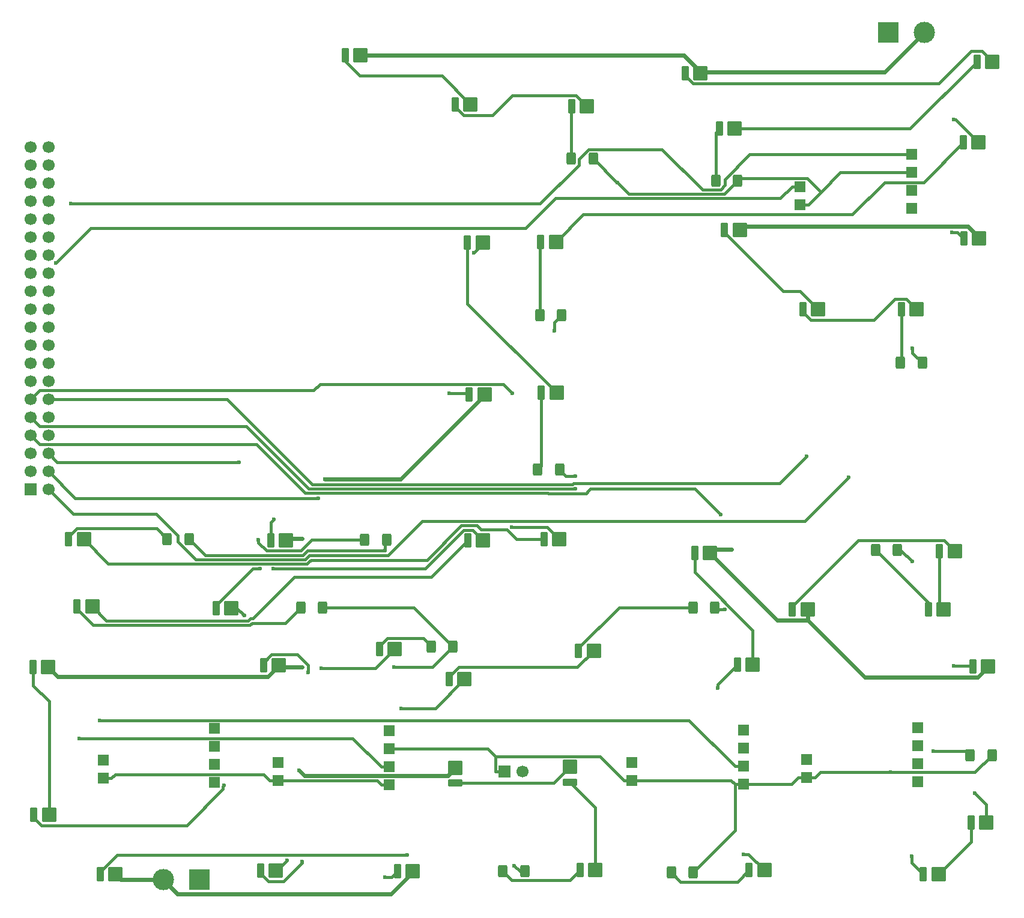
<source format=gbr>
%TF.GenerationSoftware,KiCad,Pcbnew,9.0.2*%
%TF.CreationDate,2025-07-16T23:03:38+02:00*%
%TF.ProjectId,cargo-vent_cargo-smoke,63617267-6f2d-4766-956e-745f63617267,rev?*%
%TF.SameCoordinates,Original*%
%TF.FileFunction,Copper,L1,Top*%
%TF.FilePolarity,Positive*%
%FSLAX46Y46*%
G04 Gerber Fmt 4.6, Leading zero omitted, Abs format (unit mm)*
G04 Created by KiCad (PCBNEW 9.0.2) date 2025-07-16 23:03:38*
%MOMM*%
%LPD*%
G01*
G04 APERTURE LIST*
G04 Aperture macros list*
%AMRoundRect*
0 Rectangle with rounded corners*
0 $1 Rounding radius*
0 $2 $3 $4 $5 $6 $7 $8 $9 X,Y pos of 4 corners*
0 Add a 4 corners polygon primitive as box body*
4,1,4,$2,$3,$4,$5,$6,$7,$8,$9,$2,$3,0*
0 Add four circle primitives for the rounded corners*
1,1,$1+$1,$2,$3*
1,1,$1+$1,$4,$5*
1,1,$1+$1,$6,$7*
1,1,$1+$1,$8,$9*
0 Add four rect primitives between the rounded corners*
20,1,$1+$1,$2,$3,$4,$5,0*
20,1,$1+$1,$4,$5,$6,$7,0*
20,1,$1+$1,$6,$7,$8,$9,0*
20,1,$1+$1,$8,$9,$2,$3,0*%
G04 Aperture macros list end*
%TA.AperFunction,ComponentPad*%
%ADD10R,1.500000X1.500000*%
%TD*%
%TA.AperFunction,ComponentPad*%
%ADD11R,3.000000X3.000000*%
%TD*%
%TA.AperFunction,ComponentPad*%
%ADD12C,3.000000*%
%TD*%
%TA.AperFunction,ComponentPad*%
%ADD13C,1.700000*%
%TD*%
%TA.AperFunction,ComponentPad*%
%ADD14R,1.700000X1.700000*%
%TD*%
%TA.AperFunction,SMDPad,CuDef*%
%ADD15RoundRect,0.165000X-0.385000X-0.885000X0.385000X-0.885000X0.385000X0.885000X-0.385000X0.885000X0*%
%TD*%
%TA.AperFunction,SMDPad,CuDef*%
%ADD16RoundRect,0.315000X-0.735000X-0.735000X0.735000X-0.735000X0.735000X0.735000X-0.735000X0.735000X0*%
%TD*%
%TA.AperFunction,SMDPad,CuDef*%
%ADD17RoundRect,0.250000X-0.400000X-0.625000X0.400000X-0.625000X0.400000X0.625000X-0.400000X0.625000X0*%
%TD*%
%TA.AperFunction,SMDPad,CuDef*%
%ADD18RoundRect,0.165000X0.885000X-0.385000X0.885000X0.385000X-0.885000X0.385000X-0.885000X-0.385000X0*%
%TD*%
%TA.AperFunction,SMDPad,CuDef*%
%ADD19RoundRect,0.315000X0.735000X-0.735000X0.735000X0.735000X-0.735000X0.735000X-0.735000X-0.735000X0*%
%TD*%
%TA.AperFunction,ViaPad*%
%ADD20C,0.600000*%
%TD*%
%TA.AperFunction,Conductor*%
%ADD21C,0.400000*%
%TD*%
%TA.AperFunction,Conductor*%
%ADD22C,0.600000*%
%TD*%
G04 APERTURE END LIST*
D10*
%TO.P,KR5,1,+5V_TOP_LED*%
%TO.N,unconnected-(KR5-+5V_TOP_LED-Pad1)*%
X268175000Y-205050000D03*
%TO.P,KR5,2,GND_TOP_LED*%
%TO.N,unconnected-(KR5-GND_TOP_LED-Pad2)*%
X268175000Y-207590000D03*
%TO.P,KR5,3,+5V_BOTTOM_LED*%
%TO.N,unconnected-(KR5-+5V_BOTTOM_LED-Pad3)*%
X268175000Y-210130000D03*
%TO.P,KR5,4,GND_BOTTOM_LED*%
%TO.N,unconnected-(KR5-GND_BOTTOM_LED-Pad4)*%
X268175000Y-212670000D03*
%TO.P,KR5,5,SW_IN*%
%TO.N,Net-(J2-Pin_12)*%
X252475000Y-209550000D03*
%TO.P,KR5,6,SW_OUT*%
%TO.N,GND*%
X252475000Y-212090000D03*
%TD*%
%TO.P,KR4,1,+5V_TOP_LED*%
%TO.N,unconnected-(KR4-+5V_TOP_LED-Pad1)*%
X169025000Y-205125000D03*
%TO.P,KR4,2,GND_TOP_LED*%
%TO.N,unconnected-(KR4-GND_TOP_LED-Pad2)*%
X169025000Y-207665000D03*
%TO.P,KR4,3,+5V_BOTTOM_LED*%
%TO.N,unconnected-(KR4-+5V_BOTTOM_LED-Pad3)*%
X169025000Y-210205000D03*
%TO.P,KR4,4,GND_BOTTOM_LED*%
%TO.N,unconnected-(KR4-GND_BOTTOM_LED-Pad4)*%
X169025000Y-212745000D03*
%TO.P,KR4,5,SW_IN*%
%TO.N,Net-(J2-Pin_10)*%
X153325000Y-209625000D03*
%TO.P,KR4,6,SW_OUT*%
%TO.N,GND*%
X153325000Y-212165000D03*
%TD*%
D11*
%TO.P,J3,1,Pin_1*%
%TO.N,GND*%
X166865000Y-226475000D03*
D12*
%TO.P,J3,2,Pin_2*%
%TO.N,+12V*%
X161785000Y-226475000D03*
%TD*%
D13*
%TO.P,J2,40,Pin_40*%
%TO.N,unconnected-(J2-Pin_40-Pad40)*%
X145600000Y-123165000D03*
%TO.P,J2,39,Pin_39*%
%TO.N,unconnected-(J2-Pin_39-Pad39)*%
X143060000Y-123165000D03*
%TO.P,J2,38,Pin_38*%
%TO.N,unconnected-(J2-Pin_38-Pad38)*%
X145600000Y-125705000D03*
%TO.P,J2,37,Pin_37*%
%TO.N,unconnected-(J2-Pin_37-Pad37)*%
X143060000Y-125705000D03*
%TO.P,J2,36,Pin_36*%
%TO.N,unconnected-(J2-Pin_36-Pad36)*%
X145600000Y-128245000D03*
%TO.P,J2,35,Pin_35*%
%TO.N,unconnected-(J2-Pin_35-Pad35)*%
X143060000Y-128245000D03*
%TO.P,J2,34,Pin_34*%
%TO.N,unconnected-(J2-Pin_34-Pad34)*%
X145600000Y-130785000D03*
%TO.P,J2,33,Pin_33*%
%TO.N,unconnected-(J2-Pin_33-Pad33)*%
X143060000Y-130785000D03*
%TO.P,J2,32,Pin_32*%
%TO.N,unconnected-(J2-Pin_32-Pad32)*%
X145600000Y-133325000D03*
%TO.P,J2,31,Pin_31*%
%TO.N,unconnected-(J2-Pin_31-Pad31)*%
X143060000Y-133325000D03*
%TO.P,J2,30,Pin_30*%
%TO.N,unconnected-(J2-Pin_30-Pad30)*%
X145600000Y-135865000D03*
%TO.P,J2,29,Pin_29*%
%TO.N,unconnected-(J2-Pin_29-Pad29)*%
X143060000Y-135865000D03*
%TO.P,J2,28,Pin_28*%
%TO.N,unconnected-(J2-Pin_28-Pad28)*%
X145600000Y-138405000D03*
%TO.P,J2,27,Pin_27*%
%TO.N,unconnected-(J2-Pin_27-Pad27)*%
X143060000Y-138405000D03*
%TO.P,J2,26,Pin_26*%
%TO.N,unconnected-(J2-Pin_26-Pad26)*%
X145600000Y-140945000D03*
%TO.P,J2,25,Pin_25*%
%TO.N,unconnected-(J2-Pin_25-Pad25)*%
X143060000Y-140945000D03*
%TO.P,J2,24,Pin_24*%
%TO.N,unconnected-(J2-Pin_24-Pad24)*%
X145600000Y-143485000D03*
%TO.P,J2,23,Pin_23*%
%TO.N,unconnected-(J2-Pin_23-Pad23)*%
X143060000Y-143485000D03*
%TO.P,J2,22,Pin_22*%
%TO.N,unconnected-(J2-Pin_22-Pad22)*%
X145600000Y-146025000D03*
%TO.P,J2,21,Pin_21*%
%TO.N,unconnected-(J2-Pin_21-Pad21)*%
X143060000Y-146025000D03*
%TO.P,J2,20,Pin_20*%
%TO.N,unconnected-(J2-Pin_20-Pad20)*%
X145600000Y-148565000D03*
%TO.P,J2,19,Pin_19*%
%TO.N,unconnected-(J2-Pin_19-Pad19)*%
X143060000Y-148565000D03*
%TO.P,J2,18,Pin_18*%
%TO.N,unconnected-(J2-Pin_18-Pad18)*%
X145600000Y-151105000D03*
%TO.P,J2,17,Pin_17*%
%TO.N,unconnected-(J2-Pin_17-Pad17)*%
X143060000Y-151105000D03*
%TO.P,J2,16,Pin_16*%
%TO.N,unconnected-(J2-Pin_16-Pad16)*%
X145600000Y-153645000D03*
%TO.P,J2,15,Pin_15*%
%TO.N,unconnected-(J2-Pin_15-Pad15)*%
X143060000Y-153645000D03*
%TO.P,J2,14,Pin_14*%
%TO.N,unconnected-(J2-Pin_14-Pad14)*%
X145600000Y-156185000D03*
%TO.P,J2,13,Pin_13*%
%TO.N,unconnected-(J2-Pin_13-Pad13)*%
X143060000Y-156185000D03*
%TO.P,J2,12,Pin_12*%
%TO.N,Net-(J2-Pin_12)*%
X145600000Y-158725000D03*
%TO.P,J2,11,Pin_11*%
%TO.N,Net-(J2-Pin_11)*%
X143060000Y-158725000D03*
%TO.P,J2,10,Pin_10*%
%TO.N,Net-(J2-Pin_10)*%
X145600000Y-161265000D03*
%TO.P,J2,9,Pin_9*%
%TO.N,Net-(J2-Pin_9)*%
X143060000Y-161265000D03*
%TO.P,J2,8,Pin_8*%
%TO.N,Net-(J2-Pin_8)*%
X145600000Y-163805000D03*
%TO.P,J2,7,Pin_7*%
%TO.N,Net-(J2-Pin_7)*%
X143060000Y-163805000D03*
%TO.P,J2,6,Pin_6*%
%TO.N,Net-(J2-Pin_6)*%
X145600000Y-166345000D03*
%TO.P,J2,5,Pin_5*%
%TO.N,Net-(J2-Pin_5)*%
X143060000Y-166345000D03*
%TO.P,J2,4,Pin_4*%
%TO.N,Net-(J2-Pin_4)*%
X145600000Y-168885000D03*
%TO.P,J2,3,Pin_3*%
%TO.N,Net-(J2-Pin_3)*%
X143060000Y-168885000D03*
%TO.P,J2,2,Pin_2*%
%TO.N,Net-(J2-Pin_2)*%
X145600000Y-171425000D03*
D14*
%TO.P,J2,1,Pin_1*%
%TO.N,Net-(J2-Pin_1)*%
X143060000Y-171425000D03*
%TD*%
D15*
%TO.P,D9,1,K*%
%TO.N,Net-(D9-K)*%
X265850000Y-146025000D03*
D16*
%TO.P,D9,2,A*%
%TO.N,Net-(D8-K)*%
X268000000Y-146025000D03*
%TD*%
D15*
%TO.P,D21,1,K*%
%TO.N,Net-(D21-K)*%
X169250000Y-188150000D03*
D16*
%TO.P,D21,2,A*%
%TO.N,Net-(D20-K)*%
X171400000Y-188150000D03*
%TD*%
D10*
%TO.P,KR1,1,+5V_TOP_LED*%
%TO.N,Net-(J2-Pin_1)*%
X267275000Y-124200000D03*
%TO.P,KR1,2,GND_TOP_LED*%
%TO.N,GND*%
X267275000Y-126740000D03*
%TO.P,KR1,3,+5V_BOTTOM_LED*%
%TO.N,Net-(J2-Pin_2)*%
X267275000Y-129280000D03*
%TO.P,KR1,4,GND_BOTTOM_LED*%
%TO.N,GND*%
X267275000Y-131820000D03*
%TO.P,KR1,5,SW_IN*%
%TO.N,Net-(J2-Pin_3)*%
X251575000Y-128700000D03*
%TO.P,KR1,6,SW_OUT*%
%TO.N,GND*%
X251575000Y-131240000D03*
%TD*%
D15*
%TO.P,D33,1,K*%
%TO.N,Net-(D33-K)*%
X244375000Y-225125000D03*
D16*
%TO.P,D33,2,A*%
%TO.N,Net-(D32-K)*%
X246525000Y-225125000D03*
%TD*%
D15*
%TO.P,D42,1,K*%
%TO.N,Net-(D42-K)*%
X215085000Y-157800000D03*
D16*
%TO.P,D42,2,A*%
%TO.N,Net-(D41-K)*%
X217235000Y-157800000D03*
%TD*%
D15*
%TO.P,D14,1,K*%
%TO.N,Net-(D14-K)*%
X215460000Y-178475000D03*
D16*
%TO.P,D14,2,A*%
%TO.N,Net-(D13-K)*%
X217610000Y-178475000D03*
%TD*%
D15*
%TO.P,D16,1,K*%
%TO.N,Net-(D16-K)*%
X176950000Y-178625000D03*
D16*
%TO.P,D16,2,A*%
%TO.N,+12V*%
X179100000Y-178625000D03*
%TD*%
D15*
%TO.P,D6,1,K*%
%TO.N,Net-(D6-K)*%
X240200000Y-120550000D03*
D16*
%TO.P,D6,2,A*%
%TO.N,Net-(D5-K)*%
X242350000Y-120550000D03*
%TD*%
D17*
%TO.P,R12,1*%
%TO.N,Net-(D36-K)*%
X262200000Y-179925000D03*
%TO.P,R12,2*%
%TO.N,GND*%
X265300000Y-179925000D03*
%TD*%
D18*
%TO.P,D29,1,K*%
%TO.N,Net-(D29-K)*%
X219125000Y-212700000D03*
D19*
%TO.P,D29,2,A*%
%TO.N,Net-(D28-K)*%
X219125000Y-210550000D03*
%TD*%
D17*
%TO.P,R8,1*%
%TO.N,Net-(D24-K)*%
X199525000Y-193550000D03*
%TO.P,R8,2*%
%TO.N,GND*%
X202625000Y-193550000D03*
%TD*%
D15*
%TO.P,D10,1,K*%
%TO.N,Net-(D10-K)*%
X274660000Y-136050000D03*
D16*
%TO.P,D10,2,A*%
%TO.N,+12V*%
X276810000Y-136050000D03*
%TD*%
D15*
%TO.P,D27,1,K*%
%TO.N,Net-(D27-K)*%
X220325000Y-194150000D03*
D16*
%TO.P,D27,2,A*%
%TO.N,Net-(D26-K)*%
X222475000Y-194150000D03*
%TD*%
D15*
%TO.P,D15,1,K*%
%TO.N,Net-(D15-K)*%
X148450000Y-178450000D03*
D16*
%TO.P,D15,2,A*%
%TO.N,Net-(D14-K)*%
X150600000Y-178450000D03*
%TD*%
D15*
%TO.P,D41,1,K*%
%TO.N,Net-(D41-K)*%
X204675000Y-136650000D03*
D16*
%TO.P,D41,2,A*%
%TO.N,Net-(D40-K)*%
X206825000Y-136650000D03*
%TD*%
D15*
%TO.P,D39,1,K*%
%TO.N,Net-(D39-K)*%
X268925000Y-225675000D03*
D16*
%TO.P,D39,2,A*%
%TO.N,Net-(D38-K)*%
X271075000Y-225675000D03*
%TD*%
D15*
%TO.P,D34,1,K*%
%TO.N,Net-(D34-K)*%
X250475000Y-188300000D03*
D16*
%TO.P,D34,2,A*%
%TO.N,+12V*%
X252625000Y-188300000D03*
%TD*%
D15*
%TO.P,D5,1,K*%
%TO.N,Net-(D5-K)*%
X276525000Y-111100000D03*
D16*
%TO.P,D5,2,A*%
%TO.N,Net-(D4-K)*%
X278675000Y-111100000D03*
%TD*%
D17*
%TO.P,R4,1*%
%TO.N,Net-(D12-K)*%
X214850000Y-146850000D03*
%TO.P,R4,2*%
%TO.N,GND*%
X217950000Y-146850000D03*
%TD*%
%TO.P,R3,1*%
%TO.N,Net-(D9-K)*%
X265700000Y-153575000D03*
%TO.P,R3,2*%
%TO.N,GND*%
X268800000Y-153575000D03*
%TD*%
%TO.P,R1,1*%
%TO.N,Net-(D3-K)*%
X219300000Y-124775000D03*
%TO.P,R1,2*%
%TO.N,GND*%
X222400000Y-124775000D03*
%TD*%
D15*
%TO.P,D20,1,K*%
%TO.N,Net-(D20-K)*%
X143525000Y-217300000D03*
D16*
%TO.P,D20,2,A*%
%TO.N,Net-(D19-K)*%
X145675000Y-217300000D03*
%TD*%
D15*
%TO.P,D12,1,K*%
%TO.N,Net-(D12-K)*%
X214985000Y-136550000D03*
D16*
%TO.P,D12,2,A*%
%TO.N,Net-(D11-K)*%
X217135000Y-136550000D03*
%TD*%
D15*
%TO.P,D36,1,K*%
%TO.N,Net-(D36-K)*%
X269650000Y-188300000D03*
D16*
%TO.P,D36,2,A*%
%TO.N,Net-(D35-K)*%
X271800000Y-188300000D03*
%TD*%
D15*
%TO.P,D8,1,K*%
%TO.N,Net-(D8-K)*%
X251950000Y-146025000D03*
D16*
%TO.P,D8,2,A*%
%TO.N,Net-(D7-K)*%
X254100000Y-146025000D03*
%TD*%
D17*
%TO.P,R11,1*%
%TO.N,Net-(D33-K)*%
X233400000Y-225425000D03*
%TO.P,R11,2*%
%TO.N,GND*%
X236500000Y-225425000D03*
%TD*%
%TO.P,R9,1*%
%TO.N,Net-(D27-K)*%
X236450000Y-188050000D03*
%TO.P,R9,2*%
%TO.N,GND*%
X239550000Y-188050000D03*
%TD*%
D15*
%TO.P,D35,1,K*%
%TO.N,Net-(D35-K)*%
X271225000Y-180150000D03*
D16*
%TO.P,D35,2,A*%
%TO.N,Net-(D34-K)*%
X273375000Y-180150000D03*
%TD*%
D15*
%TO.P,D37,1,K*%
%TO.N,Net-(D37-K)*%
X275910000Y-196375000D03*
D16*
%TO.P,D37,2,A*%
%TO.N,+12V*%
X278060000Y-196375000D03*
%TD*%
D15*
%TO.P,D17,1,K*%
%TO.N,Net-(D17-K)*%
X204725000Y-178625000D03*
D16*
%TO.P,D17,2,A*%
%TO.N,Net-(D16-K)*%
X206875000Y-178625000D03*
%TD*%
D15*
%TO.P,D25,1,K*%
%TO.N,Net-(D25-K)*%
X194825000Y-225275000D03*
D16*
%TO.P,D25,2,A*%
%TO.N,+12V*%
X196975000Y-225275000D03*
%TD*%
D15*
%TO.P,D13,1,K*%
%TO.N,Net-(D13-K)*%
X204925000Y-158050000D03*
D16*
%TO.P,D13,2,A*%
%TO.N,+12V*%
X207075000Y-158050000D03*
%TD*%
D15*
%TO.P,D23,1,K*%
%TO.N,Net-(D23-K)*%
X175500000Y-225200000D03*
D16*
%TO.P,D23,2,A*%
%TO.N,Net-(D22-K)*%
X177650000Y-225200000D03*
%TD*%
D15*
%TO.P,D38,1,K*%
%TO.N,Net-(D38-K)*%
X275650000Y-218400000D03*
D16*
%TO.P,D38,2,A*%
%TO.N,Net-(D37-K)*%
X277800000Y-218400000D03*
%TD*%
D15*
%TO.P,D24,1,K*%
%TO.N,Net-(D24-K)*%
X192275000Y-193925000D03*
D16*
%TO.P,D24,2,A*%
%TO.N,Net-(D23-K)*%
X194425000Y-193925000D03*
%TD*%
D15*
%TO.P,D22,1,K*%
%TO.N,Net-(D22-K)*%
X175900000Y-196225000D03*
D16*
%TO.P,D22,2,A*%
%TO.N,+12V*%
X178050000Y-196225000D03*
%TD*%
D14*
%TO.P,J4,1,Pin_1*%
%TO.N,GND*%
X209875000Y-211175000D03*
D13*
%TO.P,J4,2,Pin_2*%
%TO.N,Net-(J2-Pin_11)*%
X212415000Y-211175000D03*
%TD*%
D15*
%TO.P,D11,1,K*%
%TO.N,Net-(D11-K)*%
X274575000Y-122500000D03*
D16*
%TO.P,D11,2,A*%
%TO.N,Net-(D10-K)*%
X276725000Y-122500000D03*
%TD*%
D17*
%TO.P,R10,1*%
%TO.N,Net-(D30-K)*%
X209650000Y-225275000D03*
%TO.P,R10,2*%
%TO.N,GND*%
X212750000Y-225275000D03*
%TD*%
%TO.P,R6,1*%
%TO.N,Net-(D18-K)*%
X181150000Y-188050000D03*
%TO.P,R6,2*%
%TO.N,GND*%
X184250000Y-188050000D03*
%TD*%
D15*
%TO.P,D26,1,K*%
%TO.N,Net-(D26-K)*%
X202100000Y-198200000D03*
D16*
%TO.P,D26,2,A*%
%TO.N,Net-(D25-K)*%
X204250000Y-198200000D03*
%TD*%
D17*
%TO.P,R14,1*%
%TO.N,Net-(D42-K)*%
X214550000Y-168600000D03*
%TO.P,R14,2*%
%TO.N,GND*%
X217650000Y-168600000D03*
%TD*%
%TO.P,R13,1*%
%TO.N,Net-(D39-K)*%
X275525000Y-208875000D03*
%TO.P,R13,2*%
%TO.N,GND*%
X278625000Y-208875000D03*
%TD*%
D15*
%TO.P,D19,1,K*%
%TO.N,Net-(D19-K)*%
X143434800Y-196475000D03*
D16*
%TO.P,D19,2,A*%
%TO.N,+12V*%
X145584800Y-196475000D03*
%TD*%
D17*
%TO.P,R5,1*%
%TO.N,Net-(D15-K)*%
X162325000Y-178400000D03*
%TO.P,R5,2*%
%TO.N,GND*%
X165425000Y-178400000D03*
%TD*%
%TO.P,R7,1*%
%TO.N,Net-(D21-K)*%
X190200000Y-178550000D03*
%TO.P,R7,2*%
%TO.N,GND*%
X193300000Y-178550000D03*
%TD*%
D15*
%TO.P,D40,1,K*%
%TO.N,Net-(D40-K)*%
X152875000Y-225700000D03*
D16*
%TO.P,D40,2,A*%
%TO.N,+12V*%
X155025000Y-225700000D03*
%TD*%
D15*
%TO.P,D18,1,K*%
%TO.N,Net-(D18-K)*%
X149625000Y-187925000D03*
D16*
%TO.P,D18,2,A*%
%TO.N,Net-(D17-K)*%
X151775000Y-187925000D03*
%TD*%
D15*
%TO.P,D32,1,K*%
%TO.N,Net-(D32-K)*%
X242725000Y-196150000D03*
D16*
%TO.P,D32,2,A*%
%TO.N,Net-(D31-K)*%
X244875000Y-196150000D03*
%TD*%
D10*
%TO.P,KR3,1,+5V_TOP_LED*%
%TO.N,Net-(J2-Pin_7)*%
X243550000Y-205400000D03*
%TO.P,KR3,2,GND_TOP_LED*%
%TO.N,GND*%
X243550000Y-207940000D03*
%TO.P,KR3,3,+5V_BOTTOM_LED*%
%TO.N,Net-(J2-Pin_8)*%
X243550000Y-210480000D03*
%TO.P,KR3,4,GND_BOTTOM_LED*%
%TO.N,GND*%
X243550000Y-213020000D03*
%TO.P,KR3,5,SW_IN*%
%TO.N,Net-(J2-Pin_9)*%
X227850000Y-209900000D03*
%TO.P,KR3,6,SW_OUT*%
%TO.N,GND*%
X227850000Y-212440000D03*
%TD*%
%TO.P,KR2,1,+5V_TOP_LED*%
%TO.N,Net-(J2-Pin_4)*%
X193650000Y-205450000D03*
%TO.P,KR2,2,GND_TOP_LED*%
%TO.N,GND*%
X193650000Y-207990000D03*
%TO.P,KR2,3,+5V_BOTTOM_LED*%
%TO.N,Net-(J2-Pin_5)*%
X193650000Y-210530000D03*
%TO.P,KR2,4,GND_BOTTOM_LED*%
%TO.N,GND*%
X193650000Y-213070000D03*
%TO.P,KR2,5,SW_IN*%
%TO.N,Net-(J2-Pin_6)*%
X177950000Y-209950000D03*
%TO.P,KR2,6,SW_OUT*%
%TO.N,GND*%
X177950000Y-212490000D03*
%TD*%
D15*
%TO.P,D31,1,K*%
%TO.N,Net-(D31-K)*%
X236700000Y-180375000D03*
D16*
%TO.P,D31,2,A*%
%TO.N,+12V*%
X238850000Y-180375000D03*
%TD*%
D15*
%TO.P,D4,1,K*%
%TO.N,Net-(D4-K)*%
X235375000Y-112700000D03*
D16*
%TO.P,D4,2,A*%
%TO.N,+12V*%
X237525000Y-112700000D03*
%TD*%
D18*
%TO.P,D28,1,K*%
%TO.N,Net-(D28-K)*%
X202975000Y-212850000D03*
D19*
%TO.P,D28,2,A*%
%TO.N,+12V*%
X202975000Y-210700000D03*
%TD*%
D15*
%TO.P,D7,1,K*%
%TO.N,Net-(D7-K)*%
X240900000Y-134800000D03*
D16*
%TO.P,D7,2,A*%
%TO.N,+12V*%
X243050000Y-134800000D03*
%TD*%
D15*
%TO.P,D1,1,K*%
%TO.N,Net-(D1-K)*%
X187450000Y-110225000D03*
D16*
%TO.P,D1,2,A*%
%TO.N,+12V*%
X189600000Y-110225000D03*
%TD*%
D15*
%TO.P,D30,1,K*%
%TO.N,Net-(D30-K)*%
X220550000Y-225125000D03*
D16*
%TO.P,D30,2,A*%
%TO.N,Net-(D29-K)*%
X222700000Y-225125000D03*
%TD*%
D17*
%TO.P,R2,1*%
%TO.N,Net-(D6-K)*%
X239675000Y-127850000D03*
%TO.P,R2,2*%
%TO.N,GND*%
X242775000Y-127850000D03*
%TD*%
D15*
%TO.P,D2,1,K*%
%TO.N,Net-(D2-K)*%
X202950000Y-117150000D03*
D16*
%TO.P,D2,2,A*%
%TO.N,Net-(D1-K)*%
X205100000Y-117150000D03*
%TD*%
D15*
%TO.P,D3,1,K*%
%TO.N,Net-(D3-K)*%
X219350000Y-117350000D03*
D16*
%TO.P,D3,2,A*%
%TO.N,Net-(D2-K)*%
X221500000Y-117350000D03*
%TD*%
D11*
%TO.P,J1,1,Pin_1*%
%TO.N,GND*%
X263970000Y-106975000D03*
D12*
%TO.P,J1,2,Pin_2*%
%TO.N,+12V*%
X269050000Y-106975000D03*
%TD*%
D20*
%TO.N,Net-(J2-Pin_3)*%
X146683200Y-139488300D03*
%TO.N,Net-(J2-Pin_5)*%
X149948100Y-206513300D03*
%TO.N,Net-(J2-Pin_8)*%
X152854500Y-203963100D03*
%TO.N,Net-(J2-Pin_4)*%
X183680500Y-172646300D03*
%TO.N,Net-(J2-Pin_1)*%
X148771600Y-131106800D03*
%TO.N,Net-(J2-Pin_11)*%
X211000900Y-157829600D03*
%TO.N,Net-(J2-Pin_7)*%
X240353600Y-174931000D03*
%TO.N,Net-(J2-Pin_6)*%
X172478000Y-167579500D03*
%TO.N,Net-(J2-Pin_12)*%
X252487100Y-166737200D03*
%TO.N,Net-(J2-Pin_2)*%
X258413700Y-169706400D03*
%TO.N,Net-(J2-Pin_9)*%
X219890800Y-171291400D03*
%TO.N,GND*%
X211255200Y-224454200D03*
X194276400Y-196445000D03*
X216927500Y-149066300D03*
X219890800Y-169511400D03*
X267368100Y-181583200D03*
X264340300Y-211281700D03*
X193004300Y-180046400D03*
X267417600Y-151552800D03*
X240965300Y-188356600D03*
X225817400Y-128137600D03*
%TO.N,Net-(D40-K)*%
X196184400Y-222945600D03*
X205547100Y-138091000D03*
%TO.N,Net-(D39-K)*%
X267303600Y-223145900D03*
X270336800Y-208306000D03*
%TO.N,Net-(D37-K)*%
X276193500Y-214244400D03*
X273230200Y-196285900D03*
%TO.N,Net-(D32-K)*%
X243597200Y-222870900D03*
X239958800Y-199398400D03*
%TO.N,Net-(D25-K)*%
X195343600Y-202323000D03*
X193006900Y-226121200D03*
%TO.N,Net-(D23-K)*%
X181391800Y-223915100D03*
X184106200Y-196654100D03*
%TO.N,Net-(D22-K)*%
X179221700Y-223719200D03*
X182192800Y-197255600D03*
%TO.N,Net-(D21-K)*%
X175177900Y-178514600D03*
X175441300Y-182586400D03*
%TO.N,Net-(D20-K)*%
X170385700Y-213127400D03*
X173205400Y-189220100D03*
%TO.N,Net-(D16-K)*%
X177336500Y-182586400D03*
X177380600Y-175644800D03*
%TO.N,Net-(D13-K)*%
X202111000Y-157829600D03*
X210867100Y-176775200D03*
%TO.N,Net-(D10-K)*%
X273230200Y-119230000D03*
X272929000Y-135148400D03*
%TO.N,+12V*%
X184582100Y-169951400D03*
X181367900Y-196429200D03*
X160624800Y-197825500D03*
X180939500Y-211040300D03*
X270266900Y-134346700D03*
X191462500Y-110225000D03*
X246691900Y-134346700D03*
X241855000Y-179905600D03*
X181367900Y-178335600D03*
%TD*%
D21*
%TO.N,Net-(J2-Pin_3)*%
X151576900Y-134594600D02*
X146683200Y-139488300D01*
X212832800Y-134594600D02*
X151576900Y-134594600D01*
X213081900Y-134345500D02*
X212832800Y-134594600D01*
X213081900Y-134345500D02*
X212832800Y-134594600D01*
X251575000Y-128700000D02*
X250423300Y-128700000D01*
X248776700Y-130346600D02*
X250423300Y-128700000D01*
X217080800Y-130346600D02*
X248776700Y-130346600D01*
X213081900Y-134345500D02*
X217080800Y-130346600D01*
%TO.N,Net-(J2-Pin_5)*%
X188481600Y-206513300D02*
X149948100Y-206513300D01*
X192498300Y-210530000D02*
X188481600Y-206513300D01*
X193650000Y-210530000D02*
X192498300Y-210530000D01*
%TO.N,Net-(J2-Pin_8)*%
X235881400Y-203963100D02*
X152854500Y-203963100D01*
X242398300Y-210480000D02*
X235881400Y-203963100D01*
X243550000Y-210480000D02*
X242398300Y-210480000D01*
%TO.N,Net-(J2-Pin_4)*%
X149361300Y-172646300D02*
X183680500Y-172646300D01*
X145600000Y-168885000D02*
X149361300Y-172646300D01*
%TO.N,Net-(J2-Pin_1)*%
X244472100Y-124200000D02*
X267275000Y-124200000D01*
X240973000Y-127699100D02*
X244472100Y-124200000D01*
X240973000Y-128521300D02*
X240973000Y-127699100D01*
X240351100Y-129143200D02*
X240973000Y-128521300D01*
X237803600Y-129143200D02*
X240351100Y-129143200D01*
X232106100Y-123445700D02*
X237803600Y-129143200D01*
X221710700Y-123445700D02*
X232106100Y-123445700D01*
X220352700Y-124803700D02*
X221710700Y-123445700D01*
X220352700Y-125678400D02*
X220352700Y-124803700D01*
X214924300Y-131106800D02*
X220352700Y-125678400D01*
X148771600Y-131106800D02*
X214924300Y-131106800D01*
%TO.N,Net-(J2-Pin_11)*%
X209736600Y-156565300D02*
X211000900Y-157829600D01*
X183898500Y-156565300D02*
X209736600Y-156565300D01*
X183008800Y-157455000D02*
X183898500Y-156565300D01*
X144330000Y-157455000D02*
X183008800Y-157455000D01*
X143060000Y-158725000D02*
X144330000Y-157455000D01*
%TO.N,Net-(J2-Pin_7)*%
X236765400Y-171342800D02*
X240353600Y-174931000D01*
X222032600Y-171342800D02*
X236765400Y-171342800D01*
X221783500Y-171591900D02*
X222032600Y-171342800D01*
X221783500Y-171591900D02*
X222032600Y-171342800D01*
X221368600Y-172006800D02*
X221783500Y-171591900D01*
X216059700Y-172006800D02*
X221368600Y-172006800D01*
X215997400Y-171944500D02*
X216059700Y-172006800D01*
X181757500Y-171944500D02*
X215997400Y-171944500D01*
X174891000Y-165078000D02*
X181757500Y-171944500D01*
X144333000Y-165078000D02*
X174891000Y-165078000D01*
X143060000Y-163805000D02*
X144333000Y-165078000D01*
%TO.N,Net-(J2-Pin_6)*%
X146834500Y-167579500D02*
X172478000Y-167579500D01*
X145600000Y-166345000D02*
X146834500Y-167579500D01*
%TO.N,Net-(J2-Pin_12)*%
X170790700Y-158725000D02*
X145600000Y-158725000D01*
X182782100Y-170716400D02*
X170790700Y-158725000D01*
X219473600Y-170716400D02*
X182782100Y-170716400D01*
X219600300Y-170589700D02*
X219473600Y-170716400D01*
X248634600Y-170589700D02*
X219600300Y-170589700D01*
X252487100Y-166737200D02*
X248634600Y-170589700D01*
%TO.N,Net-(J2-Pin_2)*%
X182146400Y-180950700D02*
X182347000Y-180750100D01*
X182146400Y-180950700D02*
X182347000Y-180750100D01*
X149075200Y-174900200D02*
X145600000Y-171425000D01*
X149075200Y-174900300D02*
X149075200Y-174900200D01*
X160811100Y-174900300D02*
X149075200Y-174900300D01*
X163875000Y-177964200D02*
X160811100Y-174900300D01*
X163875000Y-178804600D02*
X163875000Y-177964200D01*
X166353400Y-181283000D02*
X163875000Y-178804600D01*
X177876200Y-181283000D02*
X166353400Y-181283000D01*
X177896500Y-181303300D02*
X177876200Y-181283000D01*
X181793800Y-181303300D02*
X177896500Y-181303300D01*
X182146400Y-180950700D02*
X181793800Y-181303300D01*
X193424300Y-180750100D02*
X182347000Y-180750100D01*
X198274000Y-175900400D02*
X193424300Y-180750100D01*
X252219700Y-175900400D02*
X198274000Y-175900400D01*
X258413700Y-169706400D02*
X252219700Y-175900400D01*
%TO.N,Net-(J2-Pin_9)*%
X144330000Y-162535000D02*
X143060000Y-161265000D01*
X173499000Y-162535000D02*
X144330000Y-162535000D01*
X182306800Y-171342800D02*
X173499000Y-162535000D01*
X219839400Y-171342800D02*
X182306800Y-171342800D01*
X219890800Y-171291400D02*
X219839400Y-171342800D01*
%TO.N,GND*%
X252475000Y-212090000D02*
X253626700Y-212090000D01*
X175901600Y-211593300D02*
X176798300Y-212490000D01*
X155048400Y-211593300D02*
X175901600Y-211593300D01*
X154476700Y-212165000D02*
X155048400Y-211593300D01*
X153325000Y-212165000D02*
X154476700Y-212165000D01*
X177950000Y-212490000D02*
X176798300Y-212490000D01*
X197125000Y-188050000D02*
X184250000Y-188050000D01*
X202625000Y-193550000D02*
X197125000Y-188050000D01*
X241818300Y-212440000D02*
X242398300Y-213020000D01*
X227850000Y-212440000D02*
X241818300Y-212440000D01*
X209875000Y-211175000D02*
X208623300Y-211175000D01*
X242974200Y-213020000D02*
X242398300Y-213020000D01*
X242974200Y-213020000D02*
X243550000Y-213020000D01*
X250393300Y-213020000D02*
X251323300Y-212090000D01*
X243550000Y-213020000D02*
X250393300Y-213020000D01*
X252475000Y-212090000D02*
X251323300Y-212090000D01*
X242398300Y-219526700D02*
X242398300Y-213020000D01*
X236500000Y-225425000D02*
X242398300Y-219526700D01*
X212076000Y-225275000D02*
X211255200Y-224454200D01*
X212750000Y-225275000D02*
X212076000Y-225275000D01*
X191918300Y-212490000D02*
X192498300Y-213070000D01*
X177950000Y-212490000D02*
X191918300Y-212490000D01*
X193650000Y-213070000D02*
X192498300Y-213070000D01*
X199730000Y-196445000D02*
X194276400Y-196445000D01*
X202625000Y-193550000D02*
X199730000Y-196445000D01*
X216927500Y-147872500D02*
X216927500Y-149066300D01*
X217950000Y-146850000D02*
X216927500Y-147872500D01*
X227850000Y-212440000D02*
X226698300Y-212440000D01*
X223343100Y-209084800D02*
X208623300Y-209084800D01*
X226698300Y-212440000D02*
X223343100Y-209084800D01*
X208623300Y-211175000D02*
X208623300Y-209084800D01*
X207528500Y-207990000D02*
X193650000Y-207990000D01*
X208623300Y-209084800D02*
X207528500Y-207990000D01*
X251575000Y-131240000D02*
X252726700Y-131240000D01*
X257226700Y-126740000D02*
X254485900Y-129480800D01*
X267275000Y-126740000D02*
X257226700Y-126740000D01*
X252533100Y-127528100D02*
X254485900Y-129480800D01*
X243096900Y-127528100D02*
X252533100Y-127528100D01*
X242775000Y-127850000D02*
X243096900Y-127528100D01*
X254485900Y-129480800D02*
X252726700Y-131240000D01*
X265709900Y-179925000D02*
X267368100Y-181583200D01*
X265300000Y-179925000D02*
X265709900Y-179925000D01*
X276218300Y-211281700D02*
X264340300Y-211281700D01*
X278625000Y-208875000D02*
X276218300Y-211281700D01*
X254435000Y-211281700D02*
X253626700Y-212090000D01*
X264340300Y-211281700D02*
X254435000Y-211281700D01*
X193004300Y-178845700D02*
X193004300Y-180046400D01*
X193300000Y-178550000D02*
X193004300Y-178845700D01*
X267417600Y-152192600D02*
X267417600Y-151552800D01*
X268800000Y-153575000D02*
X267417600Y-152192600D01*
X218561400Y-169511400D02*
X217650000Y-168600000D01*
X219890800Y-169511400D02*
X218561400Y-169511400D01*
X239856600Y-188356600D02*
X239550000Y-188050000D01*
X240965300Y-188356600D02*
X239856600Y-188356600D01*
X167706300Y-180681300D02*
X165425000Y-178400000D01*
X181456800Y-180681300D02*
X167706300Y-180681300D01*
X182091700Y-180046400D02*
X181456800Y-180681300D01*
X193004300Y-180046400D02*
X182091700Y-180046400D01*
X225762600Y-128137600D02*
X225817400Y-128137600D01*
X222400000Y-124775000D02*
X225762600Y-128137600D01*
X240880100Y-129744900D02*
X242775000Y-127850000D01*
X227424700Y-129744900D02*
X240880100Y-129744900D01*
X225817400Y-128137600D02*
X227424700Y-129744900D01*
%TO.N,Net-(D42-K)*%
X215085000Y-168065000D02*
X215085000Y-157800000D01*
X214550000Y-168600000D02*
X215085000Y-168065000D01*
%TO.N,Net-(D41-K)*%
X204675000Y-145240000D02*
X217235000Y-157800000D01*
X204675000Y-136650000D02*
X204675000Y-145240000D01*
%TO.N,Net-(D40-K)*%
X155300800Y-222945600D02*
X196184400Y-222945600D01*
X152875000Y-225371400D02*
X155300800Y-222945600D01*
X152875000Y-225700000D02*
X152875000Y-225371400D01*
X206825000Y-136813100D02*
X206825000Y-136650000D01*
X205547100Y-138091000D02*
X206825000Y-136813100D01*
%TO.N,Net-(D39-K)*%
X267303600Y-224053600D02*
X267303600Y-223145900D01*
X268925000Y-225675000D02*
X267303600Y-224053600D01*
X274956000Y-208306000D02*
X275525000Y-208875000D01*
X270336800Y-208306000D02*
X274956000Y-208306000D01*
%TO.N,Net-(D38-K)*%
X275650000Y-221100000D02*
X275650000Y-218400000D01*
X271075000Y-225675000D02*
X275650000Y-221100000D01*
%TO.N,Net-(D37-K)*%
X277800000Y-215850900D02*
X276193500Y-214244400D01*
X277800000Y-218400000D02*
X277800000Y-215850900D01*
X275820900Y-196285900D02*
X275910000Y-196375000D01*
X273230200Y-196285900D02*
X275820900Y-196285900D01*
%TO.N,Net-(D36-K)*%
X269650000Y-187375000D02*
X269650000Y-188300000D01*
X262200000Y-179925000D02*
X269650000Y-187375000D01*
%TO.N,Net-(D35-K)*%
X271225000Y-187725000D02*
X271800000Y-188300000D01*
X271225000Y-180150000D02*
X271225000Y-187725000D01*
%TO.N,Net-(D34-K)*%
X271861900Y-178636900D02*
X273375000Y-180150000D01*
X259734100Y-178636900D02*
X271861900Y-178636900D01*
X250475000Y-187896000D02*
X259734100Y-178636900D01*
X250475000Y-188300000D02*
X250475000Y-187896000D01*
%TO.N,Net-(D33-K)*%
X242736300Y-226763700D02*
X244375000Y-225125000D01*
X234738700Y-226763700D02*
X242736300Y-226763700D01*
X233400000Y-225425000D02*
X234738700Y-226763700D01*
%TO.N,Net-(D32-K)*%
X243597200Y-222871000D02*
X243597200Y-222870900D01*
X244271000Y-222871000D02*
X243597200Y-222871000D01*
X246525000Y-225125000D02*
X244271000Y-222871000D01*
X239958800Y-198916200D02*
X239958800Y-199398400D01*
X242725000Y-196150000D02*
X239958800Y-198916200D01*
X239958800Y-199398400D02*
X239958800Y-198916200D01*
X239958800Y-198916200D02*
X239958800Y-199398400D01*
X243597200Y-222870900D02*
X243597200Y-222871000D01*
X243597200Y-222871000D02*
X243597200Y-222870900D01*
%TO.N,Net-(D31-K)*%
X236700000Y-183099000D02*
X236700000Y-180375000D01*
X244875000Y-191274000D02*
X236700000Y-183099000D01*
X244875000Y-196150000D02*
X244875000Y-191274000D01*
%TO.N,Net-(D30-K)*%
X219118100Y-226556900D02*
X220550000Y-225125000D01*
X210931900Y-226556900D02*
X219118100Y-226556900D01*
X209650000Y-225275000D02*
X210931900Y-226556900D01*
%TO.N,Net-(D29-K)*%
X222700000Y-216275000D02*
X222700000Y-225125000D01*
X219125000Y-212700000D02*
X222700000Y-216275000D01*
%TO.N,Net-(D28-K)*%
X216825000Y-212850000D02*
X202975000Y-212850000D01*
X219125000Y-210550000D02*
X216825000Y-212850000D01*
%TO.N,Net-(D27-K)*%
X220325000Y-193779900D02*
X220325000Y-194150000D01*
X226054900Y-188050000D02*
X220325000Y-193779900D01*
X236450000Y-188050000D02*
X226054900Y-188050000D01*
%TO.N,Net-(D26-K)*%
X220114600Y-196510400D02*
X222475000Y-194150000D01*
X203421100Y-196510400D02*
X220114600Y-196510400D01*
X202100000Y-197831500D02*
X203421100Y-196510400D01*
X202100000Y-198200000D02*
X202100000Y-197831500D01*
%TO.N,Net-(D25-K)*%
X200127000Y-202323000D02*
X195343600Y-202323000D01*
X204250000Y-198200000D02*
X200127000Y-202323000D01*
X193978800Y-226121200D02*
X194825000Y-225275000D01*
X193006900Y-226121200D02*
X193978800Y-226121200D01*
%TO.N,Net-(D24-K)*%
X192275000Y-193539700D02*
X192275000Y-193925000D01*
X193370500Y-192444200D02*
X192275000Y-193539700D01*
X198419200Y-192444200D02*
X193370500Y-192444200D01*
X199525000Y-193550000D02*
X198419200Y-192444200D01*
%TO.N,Net-(D23-K)*%
X181391800Y-224042700D02*
X181391800Y-223915100D01*
X178743400Y-226691100D02*
X181391800Y-224042700D01*
X176587500Y-226691100D02*
X178743400Y-226691100D01*
X175500000Y-225603600D02*
X176587500Y-226691100D01*
X175500000Y-225200000D02*
X175500000Y-225603600D01*
X191695900Y-196654100D02*
X194425000Y-193925000D01*
X184106200Y-196654100D02*
X191695900Y-196654100D01*
%TO.N,Net-(D22-K)*%
X177740900Y-225200000D02*
X179221700Y-223719200D01*
X177650000Y-225200000D02*
X177740900Y-225200000D01*
X182192800Y-196256000D02*
X182192800Y-197255600D01*
X180652600Y-194715800D02*
X182192800Y-196256000D01*
X177031700Y-194715800D02*
X180652600Y-194715800D01*
X175900000Y-195847500D02*
X177031700Y-194715800D01*
X175900000Y-196225000D02*
X175900000Y-195847500D01*
%TO.N,Net-(D21-K)*%
X175177900Y-178925200D02*
X175177900Y-178514600D01*
X176332300Y-180079600D02*
X175177900Y-178925200D01*
X181166000Y-180079600D02*
X176332300Y-180079600D01*
X182695600Y-178550000D02*
X181166000Y-180079600D01*
X190200000Y-178550000D02*
X182695600Y-178550000D01*
X174410000Y-182586400D02*
X175441300Y-182586400D01*
X169250000Y-187746400D02*
X174410000Y-182586400D01*
X169250000Y-188150000D02*
X169250000Y-187746400D01*
X175441300Y-182586400D02*
X175068800Y-182586400D01*
X175068800Y-182586400D02*
X175441300Y-182586400D01*
X175177900Y-178514600D02*
X175177900Y-178925200D01*
X175177900Y-178925200D02*
X175177900Y-178514600D01*
%TO.N,Net-(D20-K)*%
X170218300Y-213294800D02*
X170385700Y-213127400D01*
X170218200Y-213294800D02*
X170218300Y-213294800D01*
X170218200Y-213658500D02*
X170218200Y-213294800D01*
X165084200Y-218792500D02*
X170218200Y-213658500D01*
X144613900Y-218792500D02*
X165084200Y-218792500D01*
X143525000Y-217703600D02*
X144613900Y-218792500D01*
X143525000Y-217300000D02*
X143525000Y-217703600D01*
X172135300Y-188150000D02*
X171400000Y-188150000D01*
X173205400Y-189220100D02*
X172135300Y-188150000D01*
X173205400Y-189220100D02*
X173004800Y-189019500D01*
X173004800Y-189019500D02*
X173205400Y-189220100D01*
X170385700Y-213127400D02*
X170302000Y-213211100D01*
X170302000Y-213211100D02*
X170385700Y-213127400D01*
%TO.N,Net-(D19-K)*%
X143434800Y-199075200D02*
X143434800Y-196475000D01*
X145675000Y-201315400D02*
X143434800Y-199075200D01*
X145675000Y-217300000D02*
X145675000Y-201315400D01*
%TO.N,Net-(D18-K)*%
X178949100Y-190250900D02*
X181150000Y-188050000D01*
X174290200Y-190250900D02*
X178949100Y-190250900D01*
X174056200Y-190484900D02*
X174290200Y-190250900D01*
X174056200Y-190484900D02*
X174290200Y-190250900D01*
X173968100Y-190573000D02*
X174056200Y-190484900D01*
X151915600Y-190573000D02*
X173968100Y-190573000D01*
X149625000Y-188282400D02*
X151915600Y-190573000D01*
X149625000Y-187925000D02*
X149625000Y-188282400D01*
%TO.N,Net-(D17-K)*%
X174647500Y-189386500D02*
X174399900Y-189634100D01*
X174647500Y-189386500D02*
X174399900Y-189634100D01*
X174056100Y-189634100D02*
X174399900Y-189634100D01*
X173755300Y-189934900D02*
X174056100Y-189634100D01*
X153784900Y-189934900D02*
X173755300Y-189934900D01*
X151775000Y-187925000D02*
X153784900Y-189934900D01*
X199602800Y-183747200D02*
X204725000Y-178625000D01*
X180286800Y-183747200D02*
X199602800Y-183747200D01*
X174647500Y-189386500D02*
X180286800Y-183747200D01*
%TO.N,Net-(D16-K)*%
X205389000Y-177139000D02*
X206875000Y-178625000D01*
X204138700Y-177139000D02*
X205389000Y-177139000D01*
X198691300Y-182586400D02*
X204138700Y-177139000D01*
X177336500Y-182586400D02*
X198691300Y-182586400D01*
X176950000Y-176075400D02*
X176950000Y-178625000D01*
X177380600Y-175644800D02*
X176950000Y-176075400D01*
X177380600Y-175644800D02*
X177336500Y-175688900D01*
X177336500Y-175688900D02*
X177380600Y-175644800D01*
%TO.N,Net-(D15-K)*%
X160869600Y-176944600D02*
X162325000Y-178400000D01*
X149620800Y-176944600D02*
X160869600Y-176944600D01*
X148450000Y-178115400D02*
X149620800Y-176944600D01*
X148450000Y-178450000D02*
X148450000Y-178115400D01*
%TO.N,Net-(D14-K)*%
X182395500Y-181552400D02*
X182588700Y-181359200D01*
X182395500Y-181552400D02*
X182588700Y-181359200D01*
X154034700Y-181884700D02*
X150600000Y-178450000D01*
X177627100Y-181884700D02*
X154034700Y-181884700D01*
X177647400Y-181905000D02*
X177627100Y-181884700D01*
X182042900Y-181905000D02*
X177647400Y-181905000D01*
X182395500Y-181552400D02*
X182042900Y-181905000D01*
X198967600Y-181359200D02*
X182588700Y-181359200D01*
X203824700Y-176502100D02*
X198967600Y-181359200D01*
X205974600Y-176502100D02*
X203824700Y-176502100D01*
X206577800Y-177105300D02*
X205974600Y-176502100D01*
X210205000Y-177105300D02*
X206577800Y-177105300D01*
X211574700Y-178475000D02*
X210205000Y-177105300D01*
X215460000Y-178475000D02*
X211574700Y-178475000D01*
%TO.N,Net-(D13-K)*%
X204704600Y-157829600D02*
X204925000Y-158050000D01*
X202111000Y-157829600D02*
X204704600Y-157829600D01*
X215910200Y-176775200D02*
X217610000Y-178475000D01*
X210867100Y-176775200D02*
X215910200Y-176775200D01*
%TO.N,Net-(D12-K)*%
X214850000Y-136685000D02*
X214850000Y-146850000D01*
X214985000Y-136550000D02*
X214850000Y-136685000D01*
%TO.N,Net-(D11-K)*%
X268946700Y-128128300D02*
X274575000Y-122500000D01*
X263446400Y-128128300D02*
X268946700Y-128128300D01*
X258904700Y-132670000D02*
X263446400Y-128128300D01*
X221015000Y-132670000D02*
X258904700Y-132670000D01*
X217135000Y-136550000D02*
X221015000Y-132670000D01*
%TO.N,Net-(D10-K)*%
X273455000Y-119230000D02*
X273230200Y-119230000D01*
X276725000Y-122500000D02*
X273455000Y-119230000D01*
X273758400Y-135148400D02*
X274660000Y-136050000D01*
X272929000Y-135148400D02*
X273758400Y-135148400D01*
%TO.N,Net-(D9-K)*%
X265850000Y-153425000D02*
X265850000Y-146025000D01*
X265700000Y-153575000D02*
X265850000Y-153425000D01*
%TO.N,Net-(D8-K)*%
X266502600Y-144527600D02*
X268000000Y-146025000D01*
X264921000Y-144527600D02*
X266502600Y-144527600D01*
X261941200Y-147507400D02*
X264921000Y-144527600D01*
X253054900Y-147507400D02*
X261941200Y-147507400D01*
X251950000Y-146402500D02*
X253054900Y-147507400D01*
X251950000Y-146025000D02*
X251950000Y-146402500D01*
%TO.N,Net-(D7-K)*%
X251583300Y-143508300D02*
X254100000Y-146025000D01*
X249204700Y-143508300D02*
X251583300Y-143508300D01*
X240900000Y-135203600D02*
X249204700Y-143508300D01*
X240900000Y-134800000D02*
X240900000Y-135203600D01*
%TO.N,Net-(D6-K)*%
X239675000Y-121075000D02*
X240200000Y-120550000D01*
X239675000Y-127850000D02*
X239675000Y-121075000D01*
%TO.N,Net-(D5-K)*%
X267075000Y-120550000D02*
X242350000Y-120550000D01*
X276525000Y-111100000D02*
X267075000Y-120550000D01*
%TO.N,Net-(D4-K)*%
X277213700Y-109638700D02*
X278675000Y-111100000D01*
X275639200Y-109638700D02*
X277213700Y-109638700D01*
X271087000Y-114190900D02*
X275639200Y-109638700D01*
X236488400Y-114190900D02*
X271087000Y-114190900D01*
X235375000Y-113077500D02*
X236488400Y-114190900D01*
X235375000Y-112700000D02*
X235375000Y-113077500D01*
%TO.N,Net-(D3-K)*%
X219300000Y-117400000D02*
X219300000Y-124775000D01*
X219350000Y-117350000D02*
X219300000Y-117400000D01*
%TO.N,Net-(D2-K)*%
X202950000Y-117506100D02*
X202950000Y-117150000D01*
X204118200Y-118674300D02*
X202950000Y-117506100D01*
X208193100Y-118674300D02*
X204118200Y-118674300D01*
X211018700Y-115848700D02*
X208193100Y-118674300D01*
X219998700Y-115848700D02*
X211018700Y-115848700D01*
X221500000Y-117350000D02*
X219998700Y-115848700D01*
%TO.N,Net-(D1-K)*%
X201047500Y-113097500D02*
X205100000Y-117150000D01*
X189485100Y-113097500D02*
X201047500Y-113097500D01*
X187450000Y-111062400D02*
X189485100Y-113097500D01*
X187450000Y-110225000D02*
X187450000Y-111062400D01*
D22*
%TO.N,+12V*%
X155800000Y-226475000D02*
X155025000Y-225700000D01*
X161785000Y-226475000D02*
X155800000Y-226475000D01*
X195276800Y-169951400D02*
X184582100Y-169951400D01*
X207075000Y-158153200D02*
X195276800Y-169951400D01*
X207075000Y-158050000D02*
X207075000Y-158153200D01*
X178254200Y-196429200D02*
X178050000Y-196225000D01*
X181367900Y-196429200D02*
X178254200Y-196429200D01*
X263453500Y-112571500D02*
X269050000Y-106975000D01*
X237525000Y-112571500D02*
X263453500Y-112571500D01*
X237525000Y-112571500D02*
X237525000Y-112700000D01*
X163786700Y-228476700D02*
X161785000Y-226475000D01*
X193897500Y-228476700D02*
X163786700Y-228476700D01*
X196975000Y-225399200D02*
X193897500Y-228476700D01*
X196975000Y-225275000D02*
X196975000Y-225399200D01*
X178050000Y-196304000D02*
X178050000Y-196225000D01*
X176528500Y-197825500D02*
X178050000Y-196304000D01*
X160624800Y-197825500D02*
X176528500Y-197825500D01*
X146935300Y-197825500D02*
X160624800Y-197825500D01*
X145584800Y-196475000D02*
X146935300Y-197825500D01*
X201893300Y-211781700D02*
X202975000Y-210700000D01*
X181680900Y-211781700D02*
X201893300Y-211781700D01*
X180939500Y-211040300D02*
X181680900Y-211781700D01*
X275219300Y-134346700D02*
X270266900Y-134346700D01*
X276810000Y-135937400D02*
X275219300Y-134346700D01*
X276810000Y-136050000D02*
X276810000Y-135937400D01*
X189600000Y-110225000D02*
X191462500Y-110225000D01*
X235178500Y-110225000D02*
X191462500Y-110225000D01*
X237525000Y-112571500D02*
X235178500Y-110225000D01*
X243503300Y-134346700D02*
X243050000Y-134800000D01*
X246691900Y-134346700D02*
X243503300Y-134346700D01*
X270266900Y-134346700D02*
X246691900Y-134346700D01*
X239319400Y-179905600D02*
X238850000Y-180375000D01*
X241855000Y-179905600D02*
X239319400Y-179905600D01*
X179389400Y-178335600D02*
X179100000Y-178625000D01*
X181367900Y-178335600D02*
X179389400Y-178335600D01*
X260690500Y-197927300D02*
X252625000Y-189861800D01*
X276571500Y-197927300D02*
X260690500Y-197927300D01*
X278059900Y-196438900D02*
X276571500Y-197927300D01*
X278059900Y-196375000D02*
X278059900Y-196438900D01*
X278060000Y-196375000D02*
X278059900Y-196375000D01*
X248336800Y-189861800D02*
X238850000Y-180375000D01*
X252625000Y-189861800D02*
X248336800Y-189861800D01*
X252625000Y-188300000D02*
X252625000Y-189861800D01*
%TD*%
M02*

</source>
